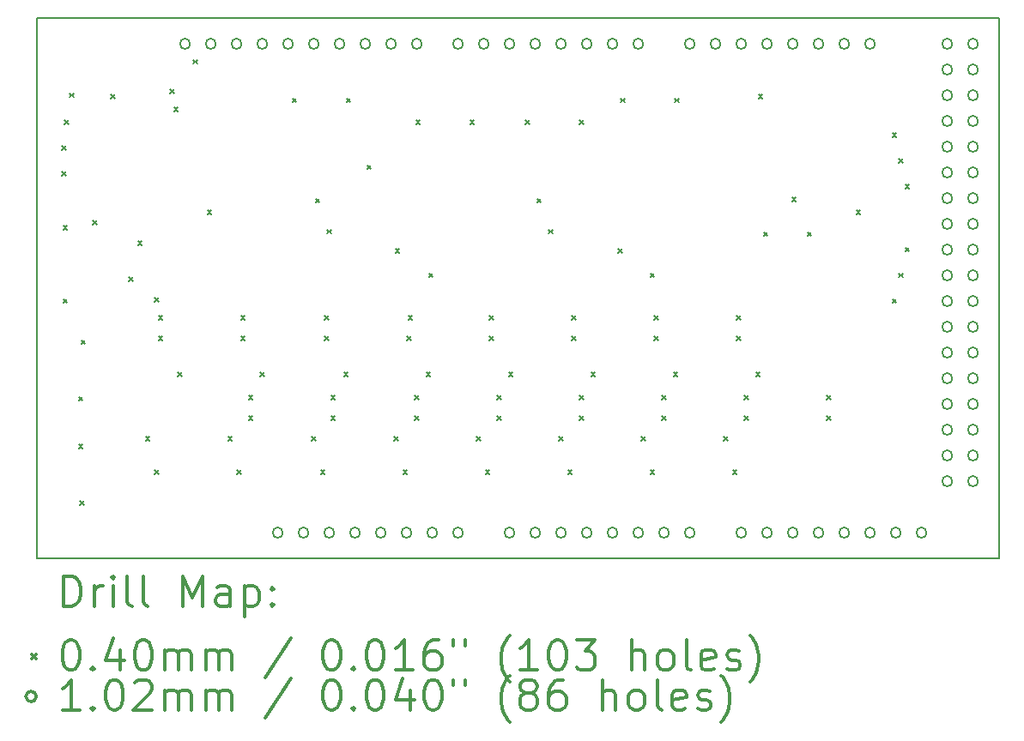
<source format=gbr>
%FSLAX45Y45*%
G04 Gerber Fmt 4.5, Leading zero omitted, Abs format (unit mm)*
G04 Created by KiCad (PCBNEW 4.0.5+dfsg1-4) date Sun Mar 19 17:00:01 2017*
%MOMM*%
%LPD*%
G01*
G04 APERTURE LIST*
%ADD10C,0.127000*%
%ADD11C,0.150000*%
%ADD12C,0.200000*%
%ADD13C,0.300000*%
G04 APERTURE END LIST*
D10*
D11*
X5626100Y-7366000D02*
X5626100Y-2032000D01*
X15113000Y-7366000D02*
X5626100Y-7366000D01*
X15113000Y-2032000D02*
X15113000Y-7366000D01*
X5626100Y-2032000D02*
X15113000Y-2032000D01*
D12*
X5872800Y-3294700D02*
X5912800Y-3334700D01*
X5912800Y-3294700D02*
X5872800Y-3334700D01*
X5872800Y-3548700D02*
X5912800Y-3588700D01*
X5912800Y-3548700D02*
X5872800Y-3588700D01*
X5885500Y-4082100D02*
X5925500Y-4122100D01*
X5925500Y-4082100D02*
X5885500Y-4122100D01*
X5885500Y-4806000D02*
X5925500Y-4846000D01*
X5925500Y-4806000D02*
X5885500Y-4846000D01*
X5898200Y-3040700D02*
X5938200Y-3080700D01*
X5938200Y-3040700D02*
X5898200Y-3080700D01*
X5949000Y-2774000D02*
X5989000Y-2814000D01*
X5989000Y-2774000D02*
X5949000Y-2814000D01*
X6037900Y-5771200D02*
X6077900Y-5811200D01*
X6077900Y-5771200D02*
X6037900Y-5811200D01*
X6037900Y-6241100D02*
X6077900Y-6281100D01*
X6077900Y-6241100D02*
X6037900Y-6281100D01*
X6050600Y-6799900D02*
X6090600Y-6839900D01*
X6090600Y-6799900D02*
X6050600Y-6839900D01*
X6063300Y-5212400D02*
X6103300Y-5252400D01*
X6103300Y-5212400D02*
X6063300Y-5252400D01*
X6180000Y-4030000D02*
X6220000Y-4070000D01*
X6220000Y-4030000D02*
X6180000Y-4070000D01*
X6355400Y-2786700D02*
X6395400Y-2826700D01*
X6395400Y-2786700D02*
X6355400Y-2826700D01*
X6533200Y-4590100D02*
X6573200Y-4630100D01*
X6573200Y-4590100D02*
X6533200Y-4630100D01*
X6622100Y-4234500D02*
X6662100Y-4274500D01*
X6662100Y-4234500D02*
X6622100Y-4274500D01*
X6698300Y-6164900D02*
X6738300Y-6204900D01*
X6738300Y-6164900D02*
X6698300Y-6204900D01*
X6787200Y-4793300D02*
X6827200Y-4833300D01*
X6827200Y-4793300D02*
X6787200Y-4833300D01*
X6787200Y-6495100D02*
X6827200Y-6535100D01*
X6827200Y-6495100D02*
X6787200Y-6535100D01*
X6825300Y-4971100D02*
X6865300Y-5011100D01*
X6865300Y-4971100D02*
X6825300Y-5011100D01*
X6825300Y-5174300D02*
X6865300Y-5214300D01*
X6865300Y-5174300D02*
X6825300Y-5214300D01*
X6939600Y-2735900D02*
X6979600Y-2775900D01*
X6979600Y-2735900D02*
X6939600Y-2775900D01*
X6977700Y-2913700D02*
X7017700Y-2953700D01*
X7017700Y-2913700D02*
X6977700Y-2953700D01*
X7015800Y-5529900D02*
X7055800Y-5569900D01*
X7055800Y-5529900D02*
X7015800Y-5569900D01*
X7168200Y-2443800D02*
X7208200Y-2483800D01*
X7208200Y-2443800D02*
X7168200Y-2483800D01*
X7307900Y-3929700D02*
X7347900Y-3969700D01*
X7347900Y-3929700D02*
X7307900Y-3969700D01*
X7511100Y-6164900D02*
X7551100Y-6204900D01*
X7551100Y-6164900D02*
X7511100Y-6204900D01*
X7600000Y-6495100D02*
X7640000Y-6535100D01*
X7640000Y-6495100D02*
X7600000Y-6535100D01*
X7638100Y-4971100D02*
X7678100Y-5011100D01*
X7678100Y-4971100D02*
X7638100Y-5011100D01*
X7638100Y-5174300D02*
X7678100Y-5214300D01*
X7678100Y-5174300D02*
X7638100Y-5214300D01*
X7714300Y-5758500D02*
X7754300Y-5798500D01*
X7754300Y-5758500D02*
X7714300Y-5798500D01*
X7714300Y-5961700D02*
X7754300Y-6001700D01*
X7754300Y-5961700D02*
X7714300Y-6001700D01*
X7828600Y-5529900D02*
X7868600Y-5569900D01*
X7868600Y-5529900D02*
X7828600Y-5569900D01*
X8146100Y-2824800D02*
X8186100Y-2864800D01*
X8186100Y-2824800D02*
X8146100Y-2864800D01*
X8336600Y-6164900D02*
X8376600Y-6204900D01*
X8376600Y-6164900D02*
X8336600Y-6204900D01*
X8374700Y-3815400D02*
X8414700Y-3855400D01*
X8414700Y-3815400D02*
X8374700Y-3855400D01*
X8425500Y-6495100D02*
X8465500Y-6535100D01*
X8465500Y-6495100D02*
X8425500Y-6535100D01*
X8463600Y-4971100D02*
X8503600Y-5011100D01*
X8503600Y-4971100D02*
X8463600Y-5011100D01*
X8463600Y-5174300D02*
X8503600Y-5214300D01*
X8503600Y-5174300D02*
X8463600Y-5214300D01*
X8489000Y-4120200D02*
X8529000Y-4160200D01*
X8529000Y-4120200D02*
X8489000Y-4160200D01*
X8527100Y-5758500D02*
X8567100Y-5798500D01*
X8567100Y-5758500D02*
X8527100Y-5798500D01*
X8527100Y-5961700D02*
X8567100Y-6001700D01*
X8567100Y-5961700D02*
X8527100Y-6001700D01*
X8654100Y-5529900D02*
X8694100Y-5569900D01*
X8694100Y-5529900D02*
X8654100Y-5569900D01*
X8679500Y-2824800D02*
X8719500Y-2864800D01*
X8719500Y-2824800D02*
X8679500Y-2864800D01*
X8882700Y-3485200D02*
X8922700Y-3525200D01*
X8922700Y-3485200D02*
X8882700Y-3525200D01*
X9149400Y-6164900D02*
X9189400Y-6204900D01*
X9189400Y-6164900D02*
X9149400Y-6204900D01*
X9162100Y-4310700D02*
X9202100Y-4350700D01*
X9202100Y-4310700D02*
X9162100Y-4350700D01*
X9238300Y-6495100D02*
X9278300Y-6535100D01*
X9278300Y-6495100D02*
X9238300Y-6535100D01*
X9276400Y-5174300D02*
X9316400Y-5214300D01*
X9316400Y-5174300D02*
X9276400Y-5214300D01*
X9289100Y-4971100D02*
X9329100Y-5011100D01*
X9329100Y-4971100D02*
X9289100Y-5011100D01*
X9352600Y-5758500D02*
X9392600Y-5798500D01*
X9392600Y-5758500D02*
X9352600Y-5798500D01*
X9352600Y-5961700D02*
X9392600Y-6001700D01*
X9392600Y-5961700D02*
X9352600Y-6001700D01*
X9365300Y-3040700D02*
X9405300Y-3080700D01*
X9405300Y-3040700D02*
X9365300Y-3080700D01*
X9466900Y-5529900D02*
X9506900Y-5569900D01*
X9506900Y-5529900D02*
X9466900Y-5569900D01*
X9492300Y-4552000D02*
X9532300Y-4592000D01*
X9532300Y-4552000D02*
X9492300Y-4592000D01*
X9898700Y-3040700D02*
X9938700Y-3080700D01*
X9938700Y-3040700D02*
X9898700Y-3080700D01*
X9962200Y-6164900D02*
X10002200Y-6204900D01*
X10002200Y-6164900D02*
X9962200Y-6204900D01*
X10051100Y-6495100D02*
X10091100Y-6535100D01*
X10091100Y-6495100D02*
X10051100Y-6535100D01*
X10089200Y-4971100D02*
X10129200Y-5011100D01*
X10129200Y-4971100D02*
X10089200Y-5011100D01*
X10089200Y-5174300D02*
X10129200Y-5214300D01*
X10129200Y-5174300D02*
X10089200Y-5214300D01*
X10165400Y-5758500D02*
X10205400Y-5798500D01*
X10205400Y-5758500D02*
X10165400Y-5798500D01*
X10165400Y-5961700D02*
X10205400Y-6001700D01*
X10205400Y-5961700D02*
X10165400Y-6001700D01*
X10279700Y-5529900D02*
X10319700Y-5569900D01*
X10319700Y-5529900D02*
X10279700Y-5569900D01*
X10444800Y-3040700D02*
X10484800Y-3080700D01*
X10484800Y-3040700D02*
X10444800Y-3080700D01*
X10559100Y-3815400D02*
X10599100Y-3855400D01*
X10599100Y-3815400D02*
X10559100Y-3855400D01*
X10673400Y-4120200D02*
X10713400Y-4160200D01*
X10713400Y-4120200D02*
X10673400Y-4160200D01*
X10775000Y-6164900D02*
X10815000Y-6204900D01*
X10815000Y-6164900D02*
X10775000Y-6204900D01*
X10863900Y-6495100D02*
X10903900Y-6535100D01*
X10903900Y-6495100D02*
X10863900Y-6535100D01*
X10902000Y-4971100D02*
X10942000Y-5011100D01*
X10942000Y-4971100D02*
X10902000Y-5011100D01*
X10902000Y-5174300D02*
X10942000Y-5214300D01*
X10942000Y-5174300D02*
X10902000Y-5214300D01*
X10978200Y-3040700D02*
X11018200Y-3080700D01*
X11018200Y-3040700D02*
X10978200Y-3080700D01*
X10978200Y-5758500D02*
X11018200Y-5798500D01*
X11018200Y-5758500D02*
X10978200Y-5798500D01*
X10978200Y-5961700D02*
X11018200Y-6001700D01*
X11018200Y-5961700D02*
X10978200Y-6001700D01*
X11092500Y-5529900D02*
X11132500Y-5569900D01*
X11132500Y-5529900D02*
X11092500Y-5569900D01*
X11359200Y-4310700D02*
X11399200Y-4350700D01*
X11399200Y-4310700D02*
X11359200Y-4350700D01*
X11384600Y-2824800D02*
X11424600Y-2864800D01*
X11424600Y-2824800D02*
X11384600Y-2864800D01*
X11587800Y-6164900D02*
X11627800Y-6204900D01*
X11627800Y-6164900D02*
X11587800Y-6204900D01*
X11676700Y-4552000D02*
X11716700Y-4592000D01*
X11716700Y-4552000D02*
X11676700Y-4592000D01*
X11676700Y-6495100D02*
X11716700Y-6535100D01*
X11716700Y-6495100D02*
X11676700Y-6535100D01*
X11714800Y-4971100D02*
X11754800Y-5011100D01*
X11754800Y-4971100D02*
X11714800Y-5011100D01*
X11714800Y-5174300D02*
X11754800Y-5214300D01*
X11754800Y-5174300D02*
X11714800Y-5214300D01*
X11791000Y-5758500D02*
X11831000Y-5798500D01*
X11831000Y-5758500D02*
X11791000Y-5798500D01*
X11791000Y-5961700D02*
X11831000Y-6001700D01*
X11831000Y-5961700D02*
X11791000Y-6001700D01*
X11905300Y-5529900D02*
X11945300Y-5569900D01*
X11945300Y-5529900D02*
X11905300Y-5569900D01*
X11918000Y-2824800D02*
X11958000Y-2864800D01*
X11958000Y-2824800D02*
X11918000Y-2864800D01*
X12400600Y-6164900D02*
X12440600Y-6204900D01*
X12440600Y-6164900D02*
X12400600Y-6204900D01*
X12489500Y-6495100D02*
X12529500Y-6535100D01*
X12529500Y-6495100D02*
X12489500Y-6535100D01*
X12527600Y-4971100D02*
X12567600Y-5011100D01*
X12567600Y-4971100D02*
X12527600Y-5011100D01*
X12527600Y-5174300D02*
X12567600Y-5214300D01*
X12567600Y-5174300D02*
X12527600Y-5214300D01*
X12603800Y-5758500D02*
X12643800Y-5798500D01*
X12643800Y-5758500D02*
X12603800Y-5798500D01*
X12603800Y-5961700D02*
X12643800Y-6001700D01*
X12643800Y-5961700D02*
X12603800Y-6001700D01*
X12718100Y-5529900D02*
X12758100Y-5569900D01*
X12758100Y-5529900D02*
X12718100Y-5569900D01*
X12743500Y-2786700D02*
X12783500Y-2826700D01*
X12783500Y-2786700D02*
X12743500Y-2826700D01*
X12794300Y-4145600D02*
X12834300Y-4185600D01*
X12834300Y-4145600D02*
X12794300Y-4185600D01*
X13073700Y-3802700D02*
X13113700Y-3842700D01*
X13113700Y-3802700D02*
X13073700Y-3842700D01*
X13226100Y-4145600D02*
X13266100Y-4185600D01*
X13266100Y-4145600D02*
X13226100Y-4185600D01*
X13416600Y-5758500D02*
X13456600Y-5798500D01*
X13456600Y-5758500D02*
X13416600Y-5798500D01*
X13416600Y-5961700D02*
X13456600Y-6001700D01*
X13456600Y-5961700D02*
X13416600Y-6001700D01*
X13708700Y-3929700D02*
X13748700Y-3969700D01*
X13748700Y-3929700D02*
X13708700Y-3969700D01*
X14064300Y-3167700D02*
X14104300Y-3207700D01*
X14104300Y-3167700D02*
X14064300Y-3207700D01*
X14064300Y-4806000D02*
X14104300Y-4846000D01*
X14104300Y-4806000D02*
X14064300Y-4846000D01*
X14127800Y-3421700D02*
X14167800Y-3461700D01*
X14167800Y-3421700D02*
X14127800Y-3461700D01*
X14127800Y-4552000D02*
X14167800Y-4592000D01*
X14167800Y-4552000D02*
X14127800Y-4592000D01*
X14191300Y-3675700D02*
X14231300Y-3715700D01*
X14231300Y-3675700D02*
X14191300Y-3715700D01*
X14191300Y-4298000D02*
X14231300Y-4338000D01*
X14231300Y-4298000D02*
X14191300Y-4338000D01*
X7137400Y-2286000D02*
G75*
G03X7137400Y-2286000I-50800J0D01*
G01*
X7391400Y-2286000D02*
G75*
G03X7391400Y-2286000I-50800J0D01*
G01*
X7645400Y-2286000D02*
G75*
G03X7645400Y-2286000I-50800J0D01*
G01*
X7899400Y-2286000D02*
G75*
G03X7899400Y-2286000I-50800J0D01*
G01*
X8051800Y-7112000D02*
G75*
G03X8051800Y-7112000I-50800J0D01*
G01*
X8153400Y-2286000D02*
G75*
G03X8153400Y-2286000I-50800J0D01*
G01*
X8305800Y-7112000D02*
G75*
G03X8305800Y-7112000I-50800J0D01*
G01*
X8407400Y-2286000D02*
G75*
G03X8407400Y-2286000I-50800J0D01*
G01*
X8559800Y-7112000D02*
G75*
G03X8559800Y-7112000I-50800J0D01*
G01*
X8661400Y-2286000D02*
G75*
G03X8661400Y-2286000I-50800J0D01*
G01*
X8813800Y-7112000D02*
G75*
G03X8813800Y-7112000I-50800J0D01*
G01*
X8915400Y-2286000D02*
G75*
G03X8915400Y-2286000I-50800J0D01*
G01*
X9067800Y-7112000D02*
G75*
G03X9067800Y-7112000I-50800J0D01*
G01*
X9169400Y-2286000D02*
G75*
G03X9169400Y-2286000I-50800J0D01*
G01*
X9321800Y-7112000D02*
G75*
G03X9321800Y-7112000I-50800J0D01*
G01*
X9423400Y-2286000D02*
G75*
G03X9423400Y-2286000I-50800J0D01*
G01*
X9575800Y-7112000D02*
G75*
G03X9575800Y-7112000I-50800J0D01*
G01*
X9829800Y-2286000D02*
G75*
G03X9829800Y-2286000I-50800J0D01*
G01*
X9829800Y-7112000D02*
G75*
G03X9829800Y-7112000I-50800J0D01*
G01*
X10083800Y-2286000D02*
G75*
G03X10083800Y-2286000I-50800J0D01*
G01*
X10337800Y-2286000D02*
G75*
G03X10337800Y-2286000I-50800J0D01*
G01*
X10337800Y-7112000D02*
G75*
G03X10337800Y-7112000I-50800J0D01*
G01*
X10591800Y-2286000D02*
G75*
G03X10591800Y-2286000I-50800J0D01*
G01*
X10591800Y-7112000D02*
G75*
G03X10591800Y-7112000I-50800J0D01*
G01*
X10845800Y-2286000D02*
G75*
G03X10845800Y-2286000I-50800J0D01*
G01*
X10845800Y-7112000D02*
G75*
G03X10845800Y-7112000I-50800J0D01*
G01*
X11099800Y-2286000D02*
G75*
G03X11099800Y-2286000I-50800J0D01*
G01*
X11099800Y-7112000D02*
G75*
G03X11099800Y-7112000I-50800J0D01*
G01*
X11353800Y-2286000D02*
G75*
G03X11353800Y-2286000I-50800J0D01*
G01*
X11353800Y-7112000D02*
G75*
G03X11353800Y-7112000I-50800J0D01*
G01*
X11607800Y-2286000D02*
G75*
G03X11607800Y-2286000I-50800J0D01*
G01*
X11607800Y-7112000D02*
G75*
G03X11607800Y-7112000I-50800J0D01*
G01*
X11861800Y-7112000D02*
G75*
G03X11861800Y-7112000I-50800J0D01*
G01*
X12115800Y-2286000D02*
G75*
G03X12115800Y-2286000I-50800J0D01*
G01*
X12115800Y-7112000D02*
G75*
G03X12115800Y-7112000I-50800J0D01*
G01*
X12369800Y-2286000D02*
G75*
G03X12369800Y-2286000I-50800J0D01*
G01*
X12623800Y-2286000D02*
G75*
G03X12623800Y-2286000I-50800J0D01*
G01*
X12623800Y-7112000D02*
G75*
G03X12623800Y-7112000I-50800J0D01*
G01*
X12877800Y-2286000D02*
G75*
G03X12877800Y-2286000I-50800J0D01*
G01*
X12877800Y-7112000D02*
G75*
G03X12877800Y-7112000I-50800J0D01*
G01*
X13131800Y-2286000D02*
G75*
G03X13131800Y-2286000I-50800J0D01*
G01*
X13131800Y-7112000D02*
G75*
G03X13131800Y-7112000I-50800J0D01*
G01*
X13385800Y-2286000D02*
G75*
G03X13385800Y-2286000I-50800J0D01*
G01*
X13385800Y-7112000D02*
G75*
G03X13385800Y-7112000I-50800J0D01*
G01*
X13639800Y-2286000D02*
G75*
G03X13639800Y-2286000I-50800J0D01*
G01*
X13639800Y-7112000D02*
G75*
G03X13639800Y-7112000I-50800J0D01*
G01*
X13893800Y-2286000D02*
G75*
G03X13893800Y-2286000I-50800J0D01*
G01*
X13893800Y-7112000D02*
G75*
G03X13893800Y-7112000I-50800J0D01*
G01*
X14147800Y-7112000D02*
G75*
G03X14147800Y-7112000I-50800J0D01*
G01*
X14401800Y-7112000D02*
G75*
G03X14401800Y-7112000I-50800J0D01*
G01*
X14655800Y-2286000D02*
G75*
G03X14655800Y-2286000I-50800J0D01*
G01*
X14655800Y-2540000D02*
G75*
G03X14655800Y-2540000I-50800J0D01*
G01*
X14655800Y-2794000D02*
G75*
G03X14655800Y-2794000I-50800J0D01*
G01*
X14655800Y-3048000D02*
G75*
G03X14655800Y-3048000I-50800J0D01*
G01*
X14655800Y-3302000D02*
G75*
G03X14655800Y-3302000I-50800J0D01*
G01*
X14655800Y-3556000D02*
G75*
G03X14655800Y-3556000I-50800J0D01*
G01*
X14655800Y-3810000D02*
G75*
G03X14655800Y-3810000I-50800J0D01*
G01*
X14655800Y-4064000D02*
G75*
G03X14655800Y-4064000I-50800J0D01*
G01*
X14655800Y-4318000D02*
G75*
G03X14655800Y-4318000I-50800J0D01*
G01*
X14655800Y-4572000D02*
G75*
G03X14655800Y-4572000I-50800J0D01*
G01*
X14655800Y-4826000D02*
G75*
G03X14655800Y-4826000I-50800J0D01*
G01*
X14655800Y-5080000D02*
G75*
G03X14655800Y-5080000I-50800J0D01*
G01*
X14655800Y-5334000D02*
G75*
G03X14655800Y-5334000I-50800J0D01*
G01*
X14655800Y-5588000D02*
G75*
G03X14655800Y-5588000I-50800J0D01*
G01*
X14655800Y-5842000D02*
G75*
G03X14655800Y-5842000I-50800J0D01*
G01*
X14655800Y-6096000D02*
G75*
G03X14655800Y-6096000I-50800J0D01*
G01*
X14655800Y-6350000D02*
G75*
G03X14655800Y-6350000I-50800J0D01*
G01*
X14655800Y-6604000D02*
G75*
G03X14655800Y-6604000I-50800J0D01*
G01*
X14909800Y-2286000D02*
G75*
G03X14909800Y-2286000I-50800J0D01*
G01*
X14909800Y-2540000D02*
G75*
G03X14909800Y-2540000I-50800J0D01*
G01*
X14909800Y-2794000D02*
G75*
G03X14909800Y-2794000I-50800J0D01*
G01*
X14909800Y-3048000D02*
G75*
G03X14909800Y-3048000I-50800J0D01*
G01*
X14909800Y-3302000D02*
G75*
G03X14909800Y-3302000I-50800J0D01*
G01*
X14909800Y-3556000D02*
G75*
G03X14909800Y-3556000I-50800J0D01*
G01*
X14909800Y-3810000D02*
G75*
G03X14909800Y-3810000I-50800J0D01*
G01*
X14909800Y-4064000D02*
G75*
G03X14909800Y-4064000I-50800J0D01*
G01*
X14909800Y-4318000D02*
G75*
G03X14909800Y-4318000I-50800J0D01*
G01*
X14909800Y-4572000D02*
G75*
G03X14909800Y-4572000I-50800J0D01*
G01*
X14909800Y-4826000D02*
G75*
G03X14909800Y-4826000I-50800J0D01*
G01*
X14909800Y-5080000D02*
G75*
G03X14909800Y-5080000I-50800J0D01*
G01*
X14909800Y-5334000D02*
G75*
G03X14909800Y-5334000I-50800J0D01*
G01*
X14909800Y-5588000D02*
G75*
G03X14909800Y-5588000I-50800J0D01*
G01*
X14909800Y-5842000D02*
G75*
G03X14909800Y-5842000I-50800J0D01*
G01*
X14909800Y-6096000D02*
G75*
G03X14909800Y-6096000I-50800J0D01*
G01*
X14909800Y-6350000D02*
G75*
G03X14909800Y-6350000I-50800J0D01*
G01*
X14909800Y-6604000D02*
G75*
G03X14909800Y-6604000I-50800J0D01*
G01*
D13*
X5890028Y-7839214D02*
X5890028Y-7539214D01*
X5961457Y-7539214D01*
X6004314Y-7553500D01*
X6032886Y-7582071D01*
X6047171Y-7610643D01*
X6061457Y-7667786D01*
X6061457Y-7710643D01*
X6047171Y-7767786D01*
X6032886Y-7796357D01*
X6004314Y-7824929D01*
X5961457Y-7839214D01*
X5890028Y-7839214D01*
X6190028Y-7839214D02*
X6190028Y-7639214D01*
X6190028Y-7696357D02*
X6204314Y-7667786D01*
X6218600Y-7653500D01*
X6247171Y-7639214D01*
X6275743Y-7639214D01*
X6375743Y-7839214D02*
X6375743Y-7639214D01*
X6375743Y-7539214D02*
X6361457Y-7553500D01*
X6375743Y-7567786D01*
X6390028Y-7553500D01*
X6375743Y-7539214D01*
X6375743Y-7567786D01*
X6561457Y-7839214D02*
X6532886Y-7824929D01*
X6518600Y-7796357D01*
X6518600Y-7539214D01*
X6718600Y-7839214D02*
X6690028Y-7824929D01*
X6675743Y-7796357D01*
X6675743Y-7539214D01*
X7061457Y-7839214D02*
X7061457Y-7539214D01*
X7161457Y-7753500D01*
X7261457Y-7539214D01*
X7261457Y-7839214D01*
X7532886Y-7839214D02*
X7532886Y-7682071D01*
X7518600Y-7653500D01*
X7490028Y-7639214D01*
X7432886Y-7639214D01*
X7404314Y-7653500D01*
X7532886Y-7824929D02*
X7504314Y-7839214D01*
X7432886Y-7839214D01*
X7404314Y-7824929D01*
X7390028Y-7796357D01*
X7390028Y-7767786D01*
X7404314Y-7739214D01*
X7432886Y-7724929D01*
X7504314Y-7724929D01*
X7532886Y-7710643D01*
X7675743Y-7639214D02*
X7675743Y-7939214D01*
X7675743Y-7653500D02*
X7704314Y-7639214D01*
X7761457Y-7639214D01*
X7790028Y-7653500D01*
X7804314Y-7667786D01*
X7818600Y-7696357D01*
X7818600Y-7782071D01*
X7804314Y-7810643D01*
X7790028Y-7824929D01*
X7761457Y-7839214D01*
X7704314Y-7839214D01*
X7675743Y-7824929D01*
X7947171Y-7810643D02*
X7961457Y-7824929D01*
X7947171Y-7839214D01*
X7932886Y-7824929D01*
X7947171Y-7810643D01*
X7947171Y-7839214D01*
X7947171Y-7653500D02*
X7961457Y-7667786D01*
X7947171Y-7682071D01*
X7932886Y-7667786D01*
X7947171Y-7653500D01*
X7947171Y-7682071D01*
X5578600Y-8313500D02*
X5618600Y-8353500D01*
X5618600Y-8313500D02*
X5578600Y-8353500D01*
X5947171Y-8169214D02*
X5975743Y-8169214D01*
X6004314Y-8183500D01*
X6018600Y-8197786D01*
X6032886Y-8226357D01*
X6047171Y-8283500D01*
X6047171Y-8354929D01*
X6032886Y-8412072D01*
X6018600Y-8440643D01*
X6004314Y-8454929D01*
X5975743Y-8469214D01*
X5947171Y-8469214D01*
X5918600Y-8454929D01*
X5904314Y-8440643D01*
X5890028Y-8412072D01*
X5875743Y-8354929D01*
X5875743Y-8283500D01*
X5890028Y-8226357D01*
X5904314Y-8197786D01*
X5918600Y-8183500D01*
X5947171Y-8169214D01*
X6175743Y-8440643D02*
X6190028Y-8454929D01*
X6175743Y-8469214D01*
X6161457Y-8454929D01*
X6175743Y-8440643D01*
X6175743Y-8469214D01*
X6447171Y-8269214D02*
X6447171Y-8469214D01*
X6375743Y-8154929D02*
X6304314Y-8369214D01*
X6490028Y-8369214D01*
X6661457Y-8169214D02*
X6690028Y-8169214D01*
X6718600Y-8183500D01*
X6732886Y-8197786D01*
X6747171Y-8226357D01*
X6761457Y-8283500D01*
X6761457Y-8354929D01*
X6747171Y-8412072D01*
X6732886Y-8440643D01*
X6718600Y-8454929D01*
X6690028Y-8469214D01*
X6661457Y-8469214D01*
X6632886Y-8454929D01*
X6618600Y-8440643D01*
X6604314Y-8412072D01*
X6590028Y-8354929D01*
X6590028Y-8283500D01*
X6604314Y-8226357D01*
X6618600Y-8197786D01*
X6632886Y-8183500D01*
X6661457Y-8169214D01*
X6890028Y-8469214D02*
X6890028Y-8269214D01*
X6890028Y-8297786D02*
X6904314Y-8283500D01*
X6932886Y-8269214D01*
X6975743Y-8269214D01*
X7004314Y-8283500D01*
X7018600Y-8312071D01*
X7018600Y-8469214D01*
X7018600Y-8312071D02*
X7032886Y-8283500D01*
X7061457Y-8269214D01*
X7104314Y-8269214D01*
X7132886Y-8283500D01*
X7147171Y-8312071D01*
X7147171Y-8469214D01*
X7290028Y-8469214D02*
X7290028Y-8269214D01*
X7290028Y-8297786D02*
X7304314Y-8283500D01*
X7332886Y-8269214D01*
X7375743Y-8269214D01*
X7404314Y-8283500D01*
X7418600Y-8312071D01*
X7418600Y-8469214D01*
X7418600Y-8312071D02*
X7432886Y-8283500D01*
X7461457Y-8269214D01*
X7504314Y-8269214D01*
X7532886Y-8283500D01*
X7547171Y-8312071D01*
X7547171Y-8469214D01*
X8132886Y-8154929D02*
X7875743Y-8540643D01*
X8518600Y-8169214D02*
X8547171Y-8169214D01*
X8575743Y-8183500D01*
X8590028Y-8197786D01*
X8604314Y-8226357D01*
X8618600Y-8283500D01*
X8618600Y-8354929D01*
X8604314Y-8412072D01*
X8590028Y-8440643D01*
X8575743Y-8454929D01*
X8547171Y-8469214D01*
X8518600Y-8469214D01*
X8490028Y-8454929D01*
X8475743Y-8440643D01*
X8461457Y-8412072D01*
X8447171Y-8354929D01*
X8447171Y-8283500D01*
X8461457Y-8226357D01*
X8475743Y-8197786D01*
X8490028Y-8183500D01*
X8518600Y-8169214D01*
X8747171Y-8440643D02*
X8761457Y-8454929D01*
X8747171Y-8469214D01*
X8732886Y-8454929D01*
X8747171Y-8440643D01*
X8747171Y-8469214D01*
X8947171Y-8169214D02*
X8975743Y-8169214D01*
X9004314Y-8183500D01*
X9018600Y-8197786D01*
X9032886Y-8226357D01*
X9047171Y-8283500D01*
X9047171Y-8354929D01*
X9032886Y-8412072D01*
X9018600Y-8440643D01*
X9004314Y-8454929D01*
X8975743Y-8469214D01*
X8947171Y-8469214D01*
X8918600Y-8454929D01*
X8904314Y-8440643D01*
X8890028Y-8412072D01*
X8875743Y-8354929D01*
X8875743Y-8283500D01*
X8890028Y-8226357D01*
X8904314Y-8197786D01*
X8918600Y-8183500D01*
X8947171Y-8169214D01*
X9332886Y-8469214D02*
X9161457Y-8469214D01*
X9247171Y-8469214D02*
X9247171Y-8169214D01*
X9218600Y-8212071D01*
X9190028Y-8240643D01*
X9161457Y-8254929D01*
X9590028Y-8169214D02*
X9532886Y-8169214D01*
X9504314Y-8183500D01*
X9490028Y-8197786D01*
X9461457Y-8240643D01*
X9447171Y-8297786D01*
X9447171Y-8412072D01*
X9461457Y-8440643D01*
X9475743Y-8454929D01*
X9504314Y-8469214D01*
X9561457Y-8469214D01*
X9590028Y-8454929D01*
X9604314Y-8440643D01*
X9618600Y-8412072D01*
X9618600Y-8340643D01*
X9604314Y-8312071D01*
X9590028Y-8297786D01*
X9561457Y-8283500D01*
X9504314Y-8283500D01*
X9475743Y-8297786D01*
X9461457Y-8312071D01*
X9447171Y-8340643D01*
X9732886Y-8169214D02*
X9732886Y-8226357D01*
X9847171Y-8169214D02*
X9847171Y-8226357D01*
X10290028Y-8583500D02*
X10275743Y-8569214D01*
X10247171Y-8526357D01*
X10232886Y-8497786D01*
X10218600Y-8454929D01*
X10204314Y-8383500D01*
X10204314Y-8326357D01*
X10218600Y-8254929D01*
X10232886Y-8212071D01*
X10247171Y-8183500D01*
X10275743Y-8140643D01*
X10290028Y-8126357D01*
X10561457Y-8469214D02*
X10390028Y-8469214D01*
X10475743Y-8469214D02*
X10475743Y-8169214D01*
X10447171Y-8212071D01*
X10418600Y-8240643D01*
X10390028Y-8254929D01*
X10747171Y-8169214D02*
X10775743Y-8169214D01*
X10804314Y-8183500D01*
X10818600Y-8197786D01*
X10832886Y-8226357D01*
X10847171Y-8283500D01*
X10847171Y-8354929D01*
X10832886Y-8412072D01*
X10818600Y-8440643D01*
X10804314Y-8454929D01*
X10775743Y-8469214D01*
X10747171Y-8469214D01*
X10718600Y-8454929D01*
X10704314Y-8440643D01*
X10690028Y-8412072D01*
X10675743Y-8354929D01*
X10675743Y-8283500D01*
X10690028Y-8226357D01*
X10704314Y-8197786D01*
X10718600Y-8183500D01*
X10747171Y-8169214D01*
X10947171Y-8169214D02*
X11132886Y-8169214D01*
X11032886Y-8283500D01*
X11075743Y-8283500D01*
X11104314Y-8297786D01*
X11118600Y-8312071D01*
X11132886Y-8340643D01*
X11132886Y-8412072D01*
X11118600Y-8440643D01*
X11104314Y-8454929D01*
X11075743Y-8469214D01*
X10990028Y-8469214D01*
X10961457Y-8454929D01*
X10947171Y-8440643D01*
X11490028Y-8469214D02*
X11490028Y-8169214D01*
X11618600Y-8469214D02*
X11618600Y-8312071D01*
X11604314Y-8283500D01*
X11575743Y-8269214D01*
X11532885Y-8269214D01*
X11504314Y-8283500D01*
X11490028Y-8297786D01*
X11804314Y-8469214D02*
X11775743Y-8454929D01*
X11761457Y-8440643D01*
X11747171Y-8412072D01*
X11747171Y-8326357D01*
X11761457Y-8297786D01*
X11775743Y-8283500D01*
X11804314Y-8269214D01*
X11847171Y-8269214D01*
X11875743Y-8283500D01*
X11890028Y-8297786D01*
X11904314Y-8326357D01*
X11904314Y-8412072D01*
X11890028Y-8440643D01*
X11875743Y-8454929D01*
X11847171Y-8469214D01*
X11804314Y-8469214D01*
X12075743Y-8469214D02*
X12047171Y-8454929D01*
X12032886Y-8426357D01*
X12032886Y-8169214D01*
X12304314Y-8454929D02*
X12275743Y-8469214D01*
X12218600Y-8469214D01*
X12190028Y-8454929D01*
X12175743Y-8426357D01*
X12175743Y-8312071D01*
X12190028Y-8283500D01*
X12218600Y-8269214D01*
X12275743Y-8269214D01*
X12304314Y-8283500D01*
X12318600Y-8312071D01*
X12318600Y-8340643D01*
X12175743Y-8369214D01*
X12432886Y-8454929D02*
X12461457Y-8469214D01*
X12518600Y-8469214D01*
X12547171Y-8454929D01*
X12561457Y-8426357D01*
X12561457Y-8412072D01*
X12547171Y-8383500D01*
X12518600Y-8369214D01*
X12475743Y-8369214D01*
X12447171Y-8354929D01*
X12432886Y-8326357D01*
X12432886Y-8312071D01*
X12447171Y-8283500D01*
X12475743Y-8269214D01*
X12518600Y-8269214D01*
X12547171Y-8283500D01*
X12661457Y-8583500D02*
X12675743Y-8569214D01*
X12704314Y-8526357D01*
X12718600Y-8497786D01*
X12732886Y-8454929D01*
X12747171Y-8383500D01*
X12747171Y-8326357D01*
X12732886Y-8254929D01*
X12718600Y-8212071D01*
X12704314Y-8183500D01*
X12675743Y-8140643D01*
X12661457Y-8126357D01*
X5618600Y-8729500D02*
G75*
G03X5618600Y-8729500I-50800J0D01*
G01*
X6047171Y-8865214D02*
X5875743Y-8865214D01*
X5961457Y-8865214D02*
X5961457Y-8565214D01*
X5932886Y-8608072D01*
X5904314Y-8636643D01*
X5875743Y-8650929D01*
X6175743Y-8836643D02*
X6190028Y-8850929D01*
X6175743Y-8865214D01*
X6161457Y-8850929D01*
X6175743Y-8836643D01*
X6175743Y-8865214D01*
X6375743Y-8565214D02*
X6404314Y-8565214D01*
X6432886Y-8579500D01*
X6447171Y-8593786D01*
X6461457Y-8622357D01*
X6475743Y-8679500D01*
X6475743Y-8750929D01*
X6461457Y-8808072D01*
X6447171Y-8836643D01*
X6432886Y-8850929D01*
X6404314Y-8865214D01*
X6375743Y-8865214D01*
X6347171Y-8850929D01*
X6332886Y-8836643D01*
X6318600Y-8808072D01*
X6304314Y-8750929D01*
X6304314Y-8679500D01*
X6318600Y-8622357D01*
X6332886Y-8593786D01*
X6347171Y-8579500D01*
X6375743Y-8565214D01*
X6590028Y-8593786D02*
X6604314Y-8579500D01*
X6632886Y-8565214D01*
X6704314Y-8565214D01*
X6732886Y-8579500D01*
X6747171Y-8593786D01*
X6761457Y-8622357D01*
X6761457Y-8650929D01*
X6747171Y-8693786D01*
X6575743Y-8865214D01*
X6761457Y-8865214D01*
X6890028Y-8865214D02*
X6890028Y-8665214D01*
X6890028Y-8693786D02*
X6904314Y-8679500D01*
X6932886Y-8665214D01*
X6975743Y-8665214D01*
X7004314Y-8679500D01*
X7018600Y-8708072D01*
X7018600Y-8865214D01*
X7018600Y-8708072D02*
X7032886Y-8679500D01*
X7061457Y-8665214D01*
X7104314Y-8665214D01*
X7132886Y-8679500D01*
X7147171Y-8708072D01*
X7147171Y-8865214D01*
X7290028Y-8865214D02*
X7290028Y-8665214D01*
X7290028Y-8693786D02*
X7304314Y-8679500D01*
X7332886Y-8665214D01*
X7375743Y-8665214D01*
X7404314Y-8679500D01*
X7418600Y-8708072D01*
X7418600Y-8865214D01*
X7418600Y-8708072D02*
X7432886Y-8679500D01*
X7461457Y-8665214D01*
X7504314Y-8665214D01*
X7532886Y-8679500D01*
X7547171Y-8708072D01*
X7547171Y-8865214D01*
X8132886Y-8550929D02*
X7875743Y-8936643D01*
X8518600Y-8565214D02*
X8547171Y-8565214D01*
X8575743Y-8579500D01*
X8590028Y-8593786D01*
X8604314Y-8622357D01*
X8618600Y-8679500D01*
X8618600Y-8750929D01*
X8604314Y-8808072D01*
X8590028Y-8836643D01*
X8575743Y-8850929D01*
X8547171Y-8865214D01*
X8518600Y-8865214D01*
X8490028Y-8850929D01*
X8475743Y-8836643D01*
X8461457Y-8808072D01*
X8447171Y-8750929D01*
X8447171Y-8679500D01*
X8461457Y-8622357D01*
X8475743Y-8593786D01*
X8490028Y-8579500D01*
X8518600Y-8565214D01*
X8747171Y-8836643D02*
X8761457Y-8850929D01*
X8747171Y-8865214D01*
X8732886Y-8850929D01*
X8747171Y-8836643D01*
X8747171Y-8865214D01*
X8947171Y-8565214D02*
X8975743Y-8565214D01*
X9004314Y-8579500D01*
X9018600Y-8593786D01*
X9032886Y-8622357D01*
X9047171Y-8679500D01*
X9047171Y-8750929D01*
X9032886Y-8808072D01*
X9018600Y-8836643D01*
X9004314Y-8850929D01*
X8975743Y-8865214D01*
X8947171Y-8865214D01*
X8918600Y-8850929D01*
X8904314Y-8836643D01*
X8890028Y-8808072D01*
X8875743Y-8750929D01*
X8875743Y-8679500D01*
X8890028Y-8622357D01*
X8904314Y-8593786D01*
X8918600Y-8579500D01*
X8947171Y-8565214D01*
X9304314Y-8665214D02*
X9304314Y-8865214D01*
X9232886Y-8550929D02*
X9161457Y-8765214D01*
X9347171Y-8765214D01*
X9518600Y-8565214D02*
X9547171Y-8565214D01*
X9575743Y-8579500D01*
X9590028Y-8593786D01*
X9604314Y-8622357D01*
X9618600Y-8679500D01*
X9618600Y-8750929D01*
X9604314Y-8808072D01*
X9590028Y-8836643D01*
X9575743Y-8850929D01*
X9547171Y-8865214D01*
X9518600Y-8865214D01*
X9490028Y-8850929D01*
X9475743Y-8836643D01*
X9461457Y-8808072D01*
X9447171Y-8750929D01*
X9447171Y-8679500D01*
X9461457Y-8622357D01*
X9475743Y-8593786D01*
X9490028Y-8579500D01*
X9518600Y-8565214D01*
X9732886Y-8565214D02*
X9732886Y-8622357D01*
X9847171Y-8565214D02*
X9847171Y-8622357D01*
X10290028Y-8979500D02*
X10275743Y-8965214D01*
X10247171Y-8922357D01*
X10232886Y-8893786D01*
X10218600Y-8850929D01*
X10204314Y-8779500D01*
X10204314Y-8722357D01*
X10218600Y-8650929D01*
X10232886Y-8608072D01*
X10247171Y-8579500D01*
X10275743Y-8536643D01*
X10290028Y-8522357D01*
X10447171Y-8693786D02*
X10418600Y-8679500D01*
X10404314Y-8665214D01*
X10390028Y-8636643D01*
X10390028Y-8622357D01*
X10404314Y-8593786D01*
X10418600Y-8579500D01*
X10447171Y-8565214D01*
X10504314Y-8565214D01*
X10532886Y-8579500D01*
X10547171Y-8593786D01*
X10561457Y-8622357D01*
X10561457Y-8636643D01*
X10547171Y-8665214D01*
X10532886Y-8679500D01*
X10504314Y-8693786D01*
X10447171Y-8693786D01*
X10418600Y-8708072D01*
X10404314Y-8722357D01*
X10390028Y-8750929D01*
X10390028Y-8808072D01*
X10404314Y-8836643D01*
X10418600Y-8850929D01*
X10447171Y-8865214D01*
X10504314Y-8865214D01*
X10532886Y-8850929D01*
X10547171Y-8836643D01*
X10561457Y-8808072D01*
X10561457Y-8750929D01*
X10547171Y-8722357D01*
X10532886Y-8708072D01*
X10504314Y-8693786D01*
X10818600Y-8565214D02*
X10761457Y-8565214D01*
X10732886Y-8579500D01*
X10718600Y-8593786D01*
X10690028Y-8636643D01*
X10675743Y-8693786D01*
X10675743Y-8808072D01*
X10690028Y-8836643D01*
X10704314Y-8850929D01*
X10732886Y-8865214D01*
X10790028Y-8865214D01*
X10818600Y-8850929D01*
X10832886Y-8836643D01*
X10847171Y-8808072D01*
X10847171Y-8736643D01*
X10832886Y-8708072D01*
X10818600Y-8693786D01*
X10790028Y-8679500D01*
X10732886Y-8679500D01*
X10704314Y-8693786D01*
X10690028Y-8708072D01*
X10675743Y-8736643D01*
X11204314Y-8865214D02*
X11204314Y-8565214D01*
X11332885Y-8865214D02*
X11332885Y-8708072D01*
X11318600Y-8679500D01*
X11290028Y-8665214D01*
X11247171Y-8665214D01*
X11218600Y-8679500D01*
X11204314Y-8693786D01*
X11518600Y-8865214D02*
X11490028Y-8850929D01*
X11475743Y-8836643D01*
X11461457Y-8808072D01*
X11461457Y-8722357D01*
X11475743Y-8693786D01*
X11490028Y-8679500D01*
X11518600Y-8665214D01*
X11561457Y-8665214D01*
X11590028Y-8679500D01*
X11604314Y-8693786D01*
X11618600Y-8722357D01*
X11618600Y-8808072D01*
X11604314Y-8836643D01*
X11590028Y-8850929D01*
X11561457Y-8865214D01*
X11518600Y-8865214D01*
X11790028Y-8865214D02*
X11761457Y-8850929D01*
X11747171Y-8822357D01*
X11747171Y-8565214D01*
X12018600Y-8850929D02*
X11990028Y-8865214D01*
X11932886Y-8865214D01*
X11904314Y-8850929D01*
X11890028Y-8822357D01*
X11890028Y-8708072D01*
X11904314Y-8679500D01*
X11932886Y-8665214D01*
X11990028Y-8665214D01*
X12018600Y-8679500D01*
X12032886Y-8708072D01*
X12032886Y-8736643D01*
X11890028Y-8765214D01*
X12147171Y-8850929D02*
X12175743Y-8865214D01*
X12232886Y-8865214D01*
X12261457Y-8850929D01*
X12275743Y-8822357D01*
X12275743Y-8808072D01*
X12261457Y-8779500D01*
X12232886Y-8765214D01*
X12190028Y-8765214D01*
X12161457Y-8750929D01*
X12147171Y-8722357D01*
X12147171Y-8708072D01*
X12161457Y-8679500D01*
X12190028Y-8665214D01*
X12232886Y-8665214D01*
X12261457Y-8679500D01*
X12375743Y-8979500D02*
X12390028Y-8965214D01*
X12418600Y-8922357D01*
X12432886Y-8893786D01*
X12447171Y-8850929D01*
X12461457Y-8779500D01*
X12461457Y-8722357D01*
X12447171Y-8650929D01*
X12432886Y-8608072D01*
X12418600Y-8579500D01*
X12390028Y-8536643D01*
X12375743Y-8522357D01*
M02*

</source>
